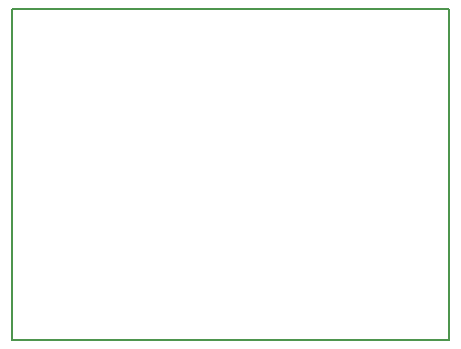
<source format=gbr>
G04 (created by PCBNEW (2013-07-07 BZR 4022)-stable) date 09/12/2013 14:31:15*
%MOIN*%
G04 Gerber Fmt 3.4, Leading zero omitted, Abs format*
%FSLAX34Y34*%
G01*
G70*
G90*
G04 APERTURE LIST*
%ADD10C,0.00393701*%
%ADD11C,0.00590551*%
G04 APERTURE END LIST*
G54D10*
G54D11*
X40944Y-19291D02*
X26377Y-19291D01*
X40944Y-8267D02*
X26377Y-8267D01*
X40944Y-19291D02*
X40944Y-8267D01*
X26377Y-8267D02*
X26377Y-19291D01*
M02*

</source>
